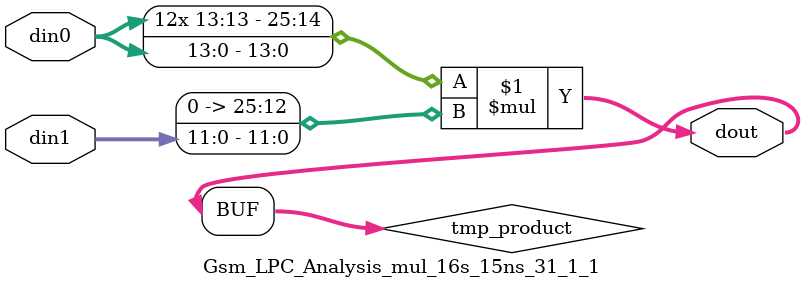
<source format=v>

`timescale 1 ns / 1 ps

  module Gsm_LPC_Analysis_mul_16s_15ns_31_1_1(din0, din1, dout);
parameter ID = 1;
parameter NUM_STAGE = 0;
parameter din0_WIDTH = 14;
parameter din1_WIDTH = 12;
parameter dout_WIDTH = 26;

input [din0_WIDTH - 1 : 0] din0; 
input [din1_WIDTH - 1 : 0] din1; 
output [dout_WIDTH - 1 : 0] dout;

wire signed [dout_WIDTH - 1 : 0] tmp_product;












assign tmp_product = $signed(din0) * $signed({1'b0, din1});









assign dout = tmp_product;







endmodule

</source>
